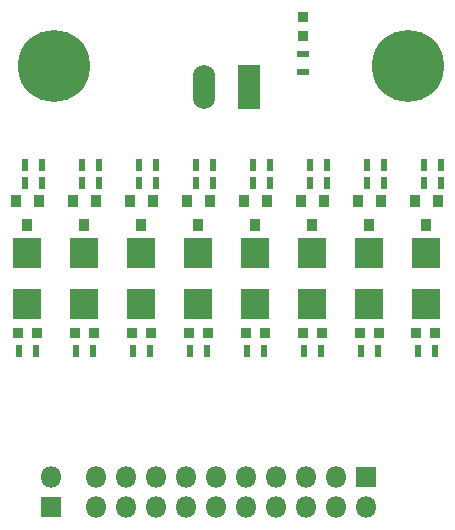
<source format=gbr>
%TF.GenerationSoftware,KiCad,Pcbnew,(5.1.6)-1*%
%TF.CreationDate,2020-12-06T15:26:43+11:00*%
%TF.ProjectId,mc13clkioout,6d633133-636c-46b6-996f-6f75742e6b69,rev?*%
%TF.SameCoordinates,Original*%
%TF.FileFunction,Soldermask,Top*%
%TF.FilePolarity,Negative*%
%FSLAX46Y46*%
G04 Gerber Fmt 4.6, Leading zero omitted, Abs format (unit mm)*
G04 Created by KiCad (PCBNEW (5.1.6)-1) date 2020-12-06 15:26:43*
%MOMM*%
%LPD*%
G01*
G04 APERTURE LIST*
%ADD10R,1.800000X1.800000*%
%ADD11O,1.800000X1.800000*%
%ADD12C,6.100000*%
%ADD13C,0.900000*%
%ADD14R,0.900000X1.000000*%
%ADD15R,2.400000X2.600000*%
%ADD16R,1.000000X0.600000*%
%ADD17R,0.600000X1.000000*%
%ADD18R,1.900000X3.700000*%
%ADD19O,1.900000X3.700000*%
%ADD20R,0.900000X0.900000*%
G04 APERTURE END LIST*
D10*
%TO.C,J1*%
X146304000Y-131064000D03*
D11*
X146304000Y-133604000D03*
X143764000Y-131064000D03*
X143764000Y-133604000D03*
X141224000Y-131064000D03*
X141224000Y-133604000D03*
X138684000Y-131064000D03*
X138684000Y-133604000D03*
X136144000Y-131064000D03*
X136144000Y-133604000D03*
X133604000Y-131064000D03*
X133604000Y-133604000D03*
X131064000Y-131064000D03*
X131064000Y-133604000D03*
X128524000Y-131064000D03*
X128524000Y-133604000D03*
X125984000Y-131064000D03*
X125984000Y-133604000D03*
X123444000Y-131064000D03*
X123444000Y-133604000D03*
%TD*%
D12*
%TO.C,H2*%
X149860000Y-96266000D03*
D13*
X152110000Y-96266000D03*
X151450990Y-97856990D03*
X149860000Y-98516000D03*
X148269010Y-97856990D03*
X147610000Y-96266000D03*
X148269010Y-94675010D03*
X149860000Y-94016000D03*
X151450990Y-94675010D03*
%TD*%
D12*
%TO.C,H1*%
X119888000Y-96266000D03*
D13*
X122138000Y-96266000D03*
X121478990Y-97856990D03*
X119888000Y-98516000D03*
X118297010Y-97856990D03*
X117638000Y-96266000D03*
X118297010Y-94675010D03*
X119888000Y-94016000D03*
X121478990Y-94675010D03*
%TD*%
D14*
%TO.C,Q7*%
X123378000Y-107712000D03*
X121478000Y-107712000D03*
X122428000Y-109712000D03*
%TD*%
D15*
%TO.C,D15*%
X117602000Y-116450000D03*
X117602000Y-112150000D03*
%TD*%
%TO.C,D13*%
X122428000Y-116450000D03*
X122428000Y-112150000D03*
%TD*%
%TO.C,D11*%
X127254000Y-116450000D03*
X127254000Y-112150000D03*
%TD*%
%TO.C,D9*%
X132080000Y-116450000D03*
X132080000Y-112150000D03*
%TD*%
%TO.C,D7*%
X136906000Y-116450000D03*
X136906000Y-112150000D03*
%TD*%
%TO.C,D5*%
X141732000Y-116450000D03*
X141732000Y-112150000D03*
%TD*%
%TO.C,D3*%
X146558000Y-116450000D03*
X146558000Y-112150000D03*
%TD*%
%TO.C,D1*%
X151384000Y-116450000D03*
X151384000Y-112150000D03*
%TD*%
D16*
%TO.C,R25*%
X140970000Y-95274000D03*
X140970000Y-96774000D03*
%TD*%
D17*
%TO.C,R24*%
X118352000Y-120396000D03*
X116852000Y-120396000D03*
%TD*%
%TO.C,R23*%
X117360000Y-106172000D03*
X118860000Y-106172000D03*
%TD*%
%TO.C,R22*%
X118860000Y-104648000D03*
X117360000Y-104648000D03*
%TD*%
%TO.C,R21*%
X123178000Y-120396000D03*
X121678000Y-120396000D03*
%TD*%
%TO.C,R20*%
X122186000Y-106172000D03*
X123686000Y-106172000D03*
%TD*%
%TO.C,R19*%
X123686000Y-104648000D03*
X122186000Y-104648000D03*
%TD*%
%TO.C,R18*%
X128004000Y-120396000D03*
X126504000Y-120396000D03*
%TD*%
%TO.C,R17*%
X127012000Y-106172000D03*
X128512000Y-106172000D03*
%TD*%
%TO.C,R16*%
X128512000Y-104648000D03*
X127012000Y-104648000D03*
%TD*%
%TO.C,R15*%
X132830000Y-120396000D03*
X131330000Y-120396000D03*
%TD*%
%TO.C,R14*%
X131838000Y-106172000D03*
X133338000Y-106172000D03*
%TD*%
%TO.C,R13*%
X133338000Y-104648000D03*
X131838000Y-104648000D03*
%TD*%
%TO.C,R12*%
X137656000Y-120396000D03*
X136156000Y-120396000D03*
%TD*%
%TO.C,R11*%
X136664000Y-106172000D03*
X138164000Y-106172000D03*
%TD*%
%TO.C,R10*%
X138164000Y-104648000D03*
X136664000Y-104648000D03*
%TD*%
%TO.C,R9*%
X142482000Y-120396000D03*
X140982000Y-120396000D03*
%TD*%
%TO.C,R8*%
X141490000Y-106172000D03*
X142990000Y-106172000D03*
%TD*%
%TO.C,R7*%
X142990000Y-104648000D03*
X141490000Y-104648000D03*
%TD*%
%TO.C,R6*%
X147308000Y-120396000D03*
X145808000Y-120396000D03*
%TD*%
%TO.C,R5*%
X146316000Y-106172000D03*
X147816000Y-106172000D03*
%TD*%
%TO.C,R4*%
X147816000Y-104648000D03*
X146316000Y-104648000D03*
%TD*%
%TO.C,R3*%
X152134000Y-120396000D03*
X150634000Y-120396000D03*
%TD*%
%TO.C,R2*%
X151142000Y-106172000D03*
X152642000Y-106172000D03*
%TD*%
%TO.C,R1*%
X152642000Y-104648000D03*
X151142000Y-104648000D03*
%TD*%
D14*
%TO.C,Q8*%
X118552000Y-107712000D03*
X116652000Y-107712000D03*
X117602000Y-109712000D03*
%TD*%
%TO.C,Q6*%
X128204000Y-107712000D03*
X126304000Y-107712000D03*
X127254000Y-109712000D03*
%TD*%
%TO.C,Q5*%
X133030000Y-107712000D03*
X131130000Y-107712000D03*
X132080000Y-109712000D03*
%TD*%
%TO.C,Q4*%
X137856000Y-107712000D03*
X135956000Y-107712000D03*
X136906000Y-109712000D03*
%TD*%
%TO.C,Q3*%
X142682000Y-107712000D03*
X140782000Y-107712000D03*
X141732000Y-109712000D03*
%TD*%
%TO.C,Q2*%
X147508000Y-107712000D03*
X145608000Y-107712000D03*
X146558000Y-109712000D03*
%TD*%
%TO.C,Q1*%
X152334000Y-107728000D03*
X150434000Y-107728000D03*
X151384000Y-109728000D03*
%TD*%
D10*
%TO.C,J3*%
X119634000Y-133604000D03*
D11*
X119634000Y-131064000D03*
%TD*%
D18*
%TO.C,J2*%
X136398000Y-98044000D03*
D19*
X132588000Y-98044000D03*
%TD*%
D20*
%TO.C,D17*%
X140970000Y-93764000D03*
X140970000Y-92164000D03*
%TD*%
%TO.C,D16*%
X116802000Y-118872000D03*
X118402000Y-118872000D03*
%TD*%
%TO.C,D14*%
X121628000Y-118872000D03*
X123228000Y-118872000D03*
%TD*%
%TO.C,D12*%
X126454000Y-118872000D03*
X128054000Y-118872000D03*
%TD*%
%TO.C,D10*%
X131280000Y-118872000D03*
X132880000Y-118872000D03*
%TD*%
%TO.C,D8*%
X136106000Y-118872000D03*
X137706000Y-118872000D03*
%TD*%
%TO.C,D6*%
X140932000Y-118872000D03*
X142532000Y-118872000D03*
%TD*%
%TO.C,D4*%
X145758000Y-118872000D03*
X147358000Y-118872000D03*
%TD*%
%TO.C,D2*%
X150546000Y-118872000D03*
X152146000Y-118872000D03*
%TD*%
M02*

</source>
